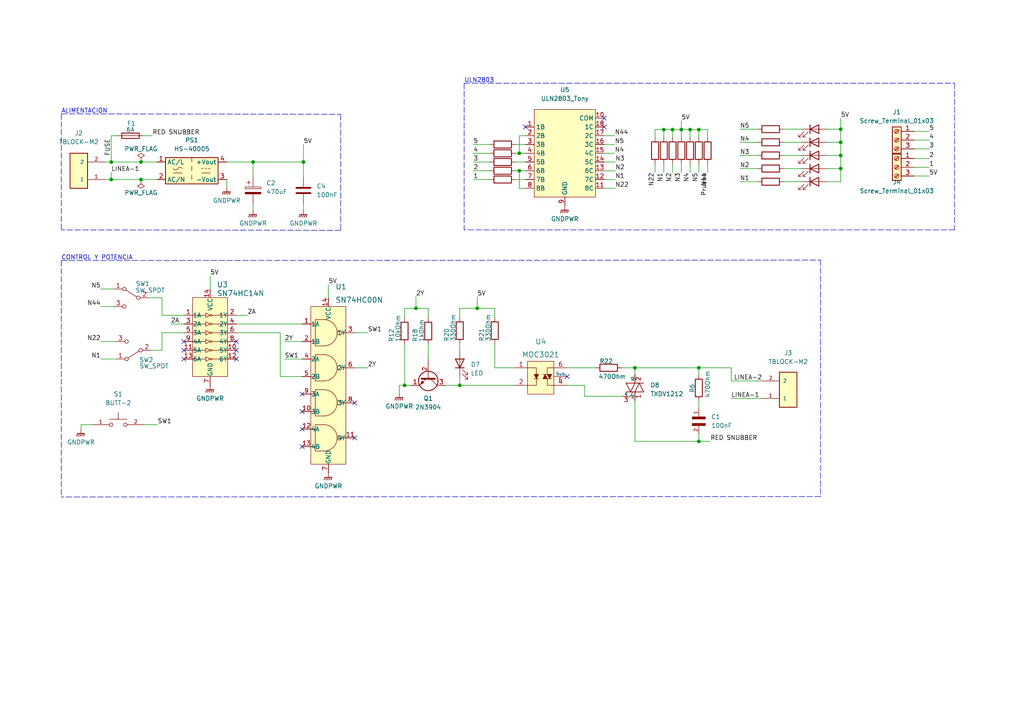
<source format=kicad_sch>
(kicad_sch (version 20211123) (generator eeschema)
  (paper "A4")
  (title_block (title "PCB para controlar tanque de agua") (date "2022-05-09") (rev "1") (company "Sasori"))
  (lib_symbols
    (symbol "BUTT-2:BUTT-2" (pin_names (offset 1.016) hide)
      (property "Reference" "S" (at -5.08 3.81 0))
      (property "Value" "BUTT-2" (at -5.08 -3.81 0))
      (symbol "BUTT-2_0_0"
        (circle (center -2.0574 0) (radius 0.508) (stroke (width 0.1524)))
        (polyline (pts (xy -2.54 1.6002) (xy 0 1.6002)) (stroke (width 0.1524)))
        (polyline (pts (xy 0 1.6002) (xy 0 3.5052)) (stroke (width 0.1524)))
        (polyline (pts (xy 0 1.6002) (xy 2.54 1.6002)) (stroke (width 0.1524)))
        (circle (center 2.0574 0) (radius 0.508) (stroke (width 0.1524)))
        (pin passive line (at -7.62 0 0) (length 5.08) (name "~") (number "1"))
        (pin passive line (at 7.62 0 180) (length 5.08) (name "~") (number "2"))
      )
    )
    (symbol "Connector:Screw_Terminal_01x03" (pin_names (offset 1.016) hide)
      (property "Reference" "J" (at 0 5.08 0))
      (property "Value" "Screw_Terminal_01x03" (at 0 -5.08 0))
      (symbol "Screw_Terminal_01x03_1_1"
        (rectangle (start -1.27 3.81) (end 1.27 -3.81) (stroke (width 0.254)) (fill (type background)))
        (circle (center 0 -2.54) (radius 0.635) (stroke (width 0.1524)))
        (polyline (pts (xy -0.5334 -2.2098) (xy 0.3302 -3.048)) (stroke (width 0.1524)))
        (polyline (pts (xy -0.5334 0.3302) (xy 0.3302 -0.508)) (stroke (width 0.1524)))
        (polyline (pts (xy -0.5334 2.8702) (xy 0.3302 2.032)) (stroke (width 0.1524)))
        (polyline (pts (xy -0.3556 -2.032) (xy 0.508 -2.8702)) (stroke (width 0.1524)))
        (polyline (pts (xy -0.3556 0.508) (xy 0.508 -0.3302)) (stroke (width 0.1524)))
        (polyline (pts (xy -0.3556 3.048) (xy 0.508 2.2098)) (stroke (width 0.1524)))
        (circle (center 0 0) (radius 0.635) (stroke (width 0.1524)))
        (circle (center 0 2.54) (radius 0.635) (stroke (width 0.1524)))
        (pin passive line (at -5.08 2.54 0) (length 3.81) (name "Pin_1") (number "1"))
        (pin passive line (at -5.08 0 0) (length 3.81) (name "Pin_2") (number "2"))
        (pin passive line (at -5.08 -2.54 0) (length 3.81) (name "Pin_3") (number "3"))
      )
    )
    (symbol "Device:C" (pin_numbers hide) (pin_names (offset 0.254))
      (property "Reference" "C" (at 0.635 2.54 0))
      (property "Value" "C" (at 0.635 -2.54 0))
      (symbol "C_0_1"
        (polyline (pts (xy -2.032 -0.762) (xy 2.032 -0.762)) (stroke (width 0.508)))
        (polyline (pts (xy -2.032 0.762) (xy 2.032 0.762)) (stroke (width 0.508)))
      )
      (symbol "C_1_1"
        (pin passive line (at 0 3.81 270) (length 2.794) (name "~") (number "1"))
        (pin passive line (at 0 -3.81 90) (length 2.794) (name "~") (number "2"))
      )
    )
    (symbol "Device:C_Polarized" (pin_numbers hide) (pin_names (offset 0.254))
      (property "Reference" "C" (at 0.635 2.54 0))
      (property "Value" "C_Polarized" (at 0.635 -2.54 0))
      (symbol "C_Polarized_0_1"
        (rectangle (start -2.286 0.508) (end 2.286 1.016))
        (polyline (pts (xy -1.778 2.286) (xy -0.762 2.286)))
        (polyline (pts (xy -1.27 2.794) (xy -1.27 1.778)))
        (rectangle (start 2.286 -0.508) (end -2.286 -1.016) (fill (type outline)))
      )
      (symbol "C_Polarized_1_1"
        (pin passive line (at 0 3.81 270) (length 2.794) (name "~") (number "1"))
        (pin passive line (at 0 -3.81 90) (length 2.794) (name "~") (number "2"))
      )
    )
    (symbol "Device:Fuse" (pin_numbers hide) (pin_names (offset 0))
      (property "Reference" "F" (at 2.032 0 90))
      (property "Value" "Fuse" (at -1.905 0 90))
      (symbol "Fuse_0_1"
        (rectangle (start -0.762 -2.54) (end 0.762 2.54) (stroke (width 0.254)))
        (polyline (pts (xy 0 2.54) (xy 0 -2.54)))
      )
      (symbol "Fuse_1_1"
        (pin passive line (at 0 3.81 270) (length 1.27) (name "~") (number "1"))
        (pin passive line (at 0 -3.81 90) (length 1.27) (name "~") (number "2"))
      )
    )
    (symbol "Device:LED" (pin_numbers hide) (pin_names (offset 1.016) hide)
      (property "Reference" "D" (at 0 2.54 0))
      (property "Value" "LED" (at 0 -2.54 0))
      (symbol "LED_0_1"
        (polyline (pts (xy -1.27 -1.27) (xy -1.27 1.27)) (stroke (width 0.254)))
        (polyline (pts (xy -1.27 0) (xy 1.27 0)))
        (polyline (pts (xy 1.27 -1.27) (xy 1.27 1.27) (xy -1.27 0) (xy 1.27 -1.27)) (stroke (width 0.254)))
        (polyline (pts (xy -3.048 -0.762) (xy -4.572 -2.286) (xy -3.81 -2.286) (xy -4.572 -2.286) (xy -4.572 -1.524)))
        (polyline (pts (xy -1.778 -0.762) (xy -3.302 -2.286) (xy -2.54 -2.286) (xy -3.302 -2.286) (xy -3.302 -1.524)))
      )
      (symbol "LED_1_1"
        (pin passive line (at -3.81 0 0) (length 2.54) (name "K") (number "1"))
        (pin passive line (at 3.81 0 180) (length 2.54) (name "A") (number "2"))
      )
    )
    (symbol "Device:Q_TRIAC_A1A2G" (pin_names (offset 0))
      (property "Reference" "D" (at 3.175 0.635 0))
      (property "Value" "Q_TRIAC_A1A2G" (at 3.175 -1.27 0))
      (symbol "Q_TRIAC_A1A2G_0_1"
        (polyline (pts (xy -2.54 -1.27) (xy 2.54 -1.27)) (stroke (width 0.2032)))
        (polyline (pts (xy -2.54 1.27) (xy 2.54 1.27)) (stroke (width 0.2032)))
        (polyline (pts (xy -1.27 -2.54) (xy -0.635 -1.27)))
        (polyline (pts (xy -2.54 1.27) (xy -1.27 -1.27) (xy 0 1.27)) (stroke (width 0.2032)))
        (polyline (pts (xy 0 -1.27) (xy 1.27 1.27) (xy 2.54 -1.27)) (stroke (width 0.2032)))
      )
      (symbol "Q_TRIAC_A1A2G_1_1"
        (pin passive line (at 0 -3.81 90) (length 2.54) (name "A1") (number "1"))
        (pin passive line (at 0 3.81 270) (length 2.54) (name "A2") (number "2"))
        (pin input line (at -3.81 -2.54 0) (length 2.54) (name "G") (number "3"))
      )
    )
    (symbol "Device:R" (pin_numbers hide) (pin_names (offset 0))
      (property "Reference" "R" (at 2.032 0 90))
      (property "Value" "R" (at 0 0 90))
      (symbol "R_0_1"
        (rectangle (start -1.016 -2.54) (end 1.016 2.54) (stroke (width 0.254)))
      )
      (symbol "R_1_1"
        (pin passive line (at 0 3.81 270) (length 1.27) (name "~") (number "1"))
        (pin passive line (at 0 -3.81 90) (length 1.27) (name "~") (number "2"))
      )
    )
    (symbol "MetallizedPolypropyleneFilmCapacitor:ECWFD2W105Q1" (pin_names (offset 1.016) hide)
      (property "Reference" "C" (at 0 3.81 0))
      (property "Value" "ECWFD2W105Q1" (at 0 -5.08 0))
      (symbol "ECWFD2W105Q1_0_0"
        (rectangle (start 0 -1.905) (end 0.635 1.905) (fill (type outline)))
        (rectangle (start 1.905 -1.905) (end 2.54 1.905) (fill (type outline)))
        (pin passive line (at -2.54 0 0) (length 2.54) (name "~") (number "1"))
        (pin passive line (at 5.08 0 180) (length 2.54) (name "~") (number "2"))
      )
    )
    (symbol "Switch:SW_SPDT" (pin_names (offset 0) hide)
      (property "Reference" "SW" (at 0 4.318 0))
      (property "Value" "SW_SPDT" (at 0 -5.08 0))
      (symbol "SW_SPDT_0_0"
        (circle (center -2.032 0) (radius 0.508))
        (circle (center 2.032 -2.54) (radius 0.508))
      )
      (symbol "SW_SPDT_0_1"
        (polyline (pts (xy -1.524 0.254) (xy 1.651 2.286)))
        (circle (center 2.032 2.54) (radius 0.508))
      )
      (symbol "SW_SPDT_1_1"
        (pin passive line (at 5.08 2.54 180) (length 2.54) (name "A") (number "1"))
        (pin passive line (at -5.08 0 0) (length 2.54) (name "B") (number "2"))
        (pin passive line (at 5.08 -2.54 180) (length 2.54) (name "C") (number "3"))
      )
    )
    (symbol "TBLOCK-M2:TBLOCK-M2" (pin_names (offset 1.016))
      (property "Reference" "J2" (at 0 -9.906 0))
      (property "Value" "TBLOCK-M2" (at 0 -7.366 0))
      (symbol "TBLOCK-M2_0_0"
        (rectangle (start -2.54 -5.08) (end 2.54 5.08) (stroke (width 0.254)) (fill (type background)))
        (pin passive line (at -7.62 2.54 0) (length 5.08) (name "1") (number "1"))
        (pin passive line (at -7.62 -2.54 0) (length 5.08) (name "2") (number "2"))
      )
    )
    (symbol "Transistor_BJT:2N3904" (pin_names (offset 0) hide)
      (property "Reference" "Q" (at 5.08 1.905 0))
      (property "Value" "2N3904" (at 5.08 0 0))
      (symbol "2N3904_0_1"
        (polyline (pts (xy 0.635 0.635) (xy 2.54 2.54)))
        (polyline (pts (xy 0.635 -0.635) (xy 2.54 -2.54) (xy 2.54 -2.54)))
        (polyline (pts (xy 0.635 1.905) (xy 0.635 -1.905) (xy 0.635 -1.905)) (stroke (width 0.508)))
        (polyline (pts (xy 1.27 -1.778) (xy 1.778 -1.27) (xy 2.286 -2.286) (xy 1.27 -1.778) (xy 1.27 -1.778)) (fill (type outline)))
        (circle (center 1.27 0) (radius 2.8194) (stroke (width 0.254)))
      )
      (symbol "2N3904_1_1"
        (pin passive line (at 2.54 -5.08 90) (length 2.54) (name "E") (number "1"))
        (pin passive line (at -5.08 0 0) (length 5.715) (name "B") (number "2"))
        (pin passive line (at 2.54 5.08 270) (length 2.54) (name "C") (number "3"))
      )
    )
    (symbol "ULN2803_Tony:ULN2803_Tony"
      (property "Reference" "U" (at 0 16.51 0))
      (property "Value" "ULN2803_Tony" (at 0 13.97 0))
      (symbol "ULN2803_Tony_0_1"
        (rectangle (start -8.89 12.7) (end 8.89 -12.7) (fill (type background)))
      )
      (symbol "ULN2803_Tony_1_1"
        (pin input line (at -11.43 7.62 0) (length 2.54) (name "1B") (number "1"))
        (pin output line (at 11.43 10.16 180) (length 2.54) (name "COM") (number "10"))
        (pin output line (at 11.43 -10.16 180) (length 2.54) (name "8C") (number "11"))
        (pin output line (at 11.43 -7.62 180) (length 2.54) (name "7C") (number "12"))
        (pin output line (at 11.43 -5.08 180) (length 2.54) (name "6C") (number "13"))
        (pin output line (at 11.43 -2.54 180) (length 2.54) (name "5C") (number "14"))
        (pin output line (at 11.43 0 180) (length 2.54) (name "4C") (number "15"))
        (pin output line (at 11.43 2.54 180) (length 2.54) (name "3C") (number "16"))
        (pin output line (at 11.43 5.08 180) (length 2.54) (name "2C") (number "17"))
        (pin output line (at 11.43 7.62 180) (length 2.54) (name "1C") (number "18"))
        (pin input line (at -11.43 5.08 0) (length 2.54) (name "2B") (number "2"))
        (pin input line (at -11.43 2.54 0) (length 2.54) (name "3B") (number "3"))
        (pin input line (at -11.43 0 0) (length 2.54) (name "4B") (number "4"))
        (pin input line (at -11.43 -2.54 0) (length 2.54) (name "5B") (number "5"))
        (pin input line (at -11.43 -5.08 0) (length 2.54) (name "6B") (number "6"))
        (pin input line (at -11.43 -7.62 0) (length 2.54) (name "7B") (number "7"))
        (pin input line (at -11.43 -10.16 0) (length 2.54) (name "8B") (number "8"))
        (pin power_in line (at 0 -15.24 90) (length 2.54) (name "GND") (number "9"))
      )
    )
    (symbol "dk_Logic-Gates-and-Inverters:SN74HC00N" (pin_names (offset 0.0254))
      (property "Reference" "U" (at -2.54 23.876 0))
      (property "Value" "SN74HC00N" (at 0.254 -24.13 0))
      (symbol "SN74HC00N_0_1"
        (rectangle (start -5.08 22.86) (end 5.08 -22.86) (fill (type background)))
        (arc (start -1.27 -19.05) (mid 2.54 -15.24) (end -1.27 -11.43) (fill (type background)))
        (arc (start -1.27 -8.89) (mid 2.54 -5.08) (end -1.27 -1.27) (fill (type background)))
        (arc (start -1.27 1.27) (mid 2.54 5.08) (end -1.27 8.89) (fill (type background)))
        (arc (start -1.27 11.43) (mid 2.54 15.24) (end -1.27 19.05) (fill (type background)))
        (polyline (pts (xy -5.08 -17.78) (xy -3.81 -17.78)))
        (polyline (pts (xy -5.08 -7.62) (xy -3.81 -7.62)))
        (polyline (pts (xy -5.08 2.54) (xy -3.81 2.54)))
        (polyline (pts (xy -5.08 12.7) (xy -3.81 12.7)))
        (polyline (pts (xy -3.81 -12.7) (xy -5.08 -12.7)))
        (polyline (pts (xy -3.81 -2.54) (xy -5.08 -2.54)))
        (polyline (pts (xy -3.81 7.62) (xy -5.08 7.62)))
        (polyline (pts (xy -3.81 17.78) (xy -5.08 17.78)))
        (polyline (pts (xy 3.81 -15.24) (xy 5.08 -15.24)))
        (polyline (pts (xy 3.81 5.08) (xy 5.08 5.08)))
        (polyline (pts (xy 5.08 -5.08) (xy 3.81 -5.08)))
        (polyline (pts (xy 5.08 15.24) (xy 3.81 15.24)))
        (polyline (pts (xy -1.27 -11.43) (xy -3.81 -11.43) (xy -3.81 -19.05) (xy -1.27 -19.05)) (fill (type background)))
        (polyline (pts (xy -1.27 -1.27) (xy -3.81 -1.27) (xy -3.81 -8.89) (xy -1.27 -8.89)) (fill (type background)))
        (polyline (pts (xy -1.27 8.89) (xy -3.81 8.89) (xy -3.81 1.27) (xy -1.27 1.27)) (fill (type background)))
        (polyline (pts (xy -1.27 19.05) (xy -3.81 19.05) (xy -3.81 11.43) (xy -1.27 11.43)) (fill (type background)))
        (circle (center 3.175 -15.24) (radius 0.635) (fill (type background)))
        (circle (center 3.175 -5.08) (radius 0.635) (fill (type background)))
        (circle (center 3.175 5.08) (radius 0.635) (fill (type background)))
        (circle (center 3.175 15.24) (radius 0.635) (fill (type background)))
      )
      (symbol "SN74HC00N_1_1"
        (pin input line (at -7.62 17.78 0) (length 2.54) (name "1A") (number "1"))
        (pin input line (at -7.62 -7.62 0) (length 2.54) (name "3B") (number "10"))
        (pin output line (at 7.62 -15.24 180) (length 2.54) (name "4Y") (number "11"))
        (pin input line (at -7.62 -12.7 0) (length 2.54) (name "4A") (number "12"))
        (pin input line (at -7.62 -17.78 0) (length 2.54) (name "4B") (number "13"))
        (pin power_in line (at 0 25.4 270) (length 2.54) (name "VCC") (number "14"))
        (pin input line (at -7.62 12.7 0) (length 2.54) (name "1B") (number "2"))
        (pin output line (at 7.62 15.24 180) (length 2.54) (name "1Y") (number "3"))
        (pin input line (at -7.62 7.62 0) (length 2.54) (name "2A") (number "4"))
        (pin input line (at -7.62 2.54 0) (length 2.54) (name "2B") (number "5"))
        (pin output line (at 7.62 5.08 180) (length 2.54) (name "2Y") (number "6"))
        (pin power_in line (at 0 -25.4 90) (length 2.54) (name "GND") (number "7"))
        (pin output line (at 7.62 -5.08 180) (length 2.54) (name "3Y") (number "8"))
        (pin input line (at -7.62 -2.54 0) (length 2.54) (name "3A") (number "9"))
      )
    )
    (symbol "dk_Logic-Gates-and-Inverters:SN74HC14N" (pin_names (offset 0.0254))
      (property "Reference" "U" (at -2.54 13.716 0))
      (property "Value" "SN74HC14N" (at 0.254 -11.43 0))
      (symbol "SN74HC14N_0_1"
        (rectangle (start -5.08 12.7) (end 5.08 -10.16) (fill (type background)))
        (polyline (pts (xy -2.54 -5.08) (xy -5.08 -5.08)))
        (polyline (pts (xy -2.54 -2.54) (xy -5.08 -2.54)))
        (polyline (pts (xy -2.54 -2.54) (xy -1.27 -2.54)))
        (polyline (pts (xy -2.54 0) (xy -5.08 0)))
        (polyline (pts (xy -2.54 2.54) (xy -5.08 2.54)))
        (polyline (pts (xy -2.54 2.54) (xy -1.27 2.54)))
        (polyline (pts (xy -2.54 5.08) (xy -5.08 5.08)))
        (polyline (pts (xy -2.54 7.62) (xy -5.08 7.62)))
        (polyline (pts (xy -1.27 -5.08) (xy -2.54 -5.08)))
        (polyline (pts (xy -1.27 0) (xy -2.54 0)))
        (polyline (pts (xy -1.27 5.08) (xy -2.54 5.08)))
        (polyline (pts (xy -1.27 7.62) (xy -2.54 7.62)))
        (polyline (pts (xy 0.508 -5.08) (xy 2.54 -5.08)))
        (polyline (pts (xy 0.508 0) (xy 2.54 0)))
        (polyline (pts (xy 0.508 2.54) (xy 2.54 2.54)))
        (polyline (pts (xy 0.508 5.08) (xy 2.54 5.08)))
        (polyline (pts (xy 2.54 -2.54) (xy 0.508 -2.54)))
        (polyline (pts (xy 2.54 7.62) (xy 0.508 7.62)))
        (polyline (pts (xy 5.08 -5.08) (xy 2.54 -5.08)))
        (polyline (pts (xy 5.08 -2.54) (xy 2.54 -2.54)))
        (polyline (pts (xy 5.08 0) (xy 2.54 0)))
        (polyline (pts (xy 5.08 2.54) (xy 2.54 2.54)))
        (polyline (pts (xy 5.08 5.08) (xy 2.54 5.08)))
        (polyline (pts (xy 5.08 7.62) (xy 2.54 7.62)))
        (polyline (pts (xy -1.27 -4.445) (xy -1.27 -5.715) (xy 0 -5.08) (xy -1.27 -4.445)))
        (polyline (pts (xy -1.27 -1.905) (xy -1.27 -3.175) (xy 0 -2.54) (xy -1.27 -1.905)))
        (polyline (pts (xy -1.27 0.635) (xy -1.27 -0.635) (xy 0 0) (xy -1.27 0.635)))
        (polyline (pts (xy -1.27 3.175) (xy -1.27 1.905) (xy 0 2.54) (xy -1.27 3.175)))
        (polyline (pts (xy -1.27 5.715) (xy -1.27 4.445) (xy 0 5.08) (xy -1.27 5.715)))
        (polyline (pts (xy -1.27 8.255) (xy -1.27 6.985) (xy 0 7.62) (xy -1.27 8.255)))
        (circle (center 0.254 -5.08) (radius 0.254))
        (circle (center 0.254 -2.54) (radius 0.254))
        (circle (center 0.254 0) (radius 0.254))
        (circle (center 0.254 2.54) (radius 0.254))
        (circle (center 0.254 5.08) (radius 0.254))
        (circle (center 0.254 7.62) (radius 0.254))
      )
      (symbol "SN74HC14N_1_1"
        (pin input line (at -7.62 7.62 0) (length 2.54) (name "1A") (number "1"))
        (pin output line (at 7.62 -2.54 180) (length 2.54) (name "5Y") (number "10"))
        (pin input line (at -7.62 -2.54 0) (length 2.54) (name "5A") (number "11"))
        (pin output line (at 7.62 -5.08 180) (length 2.54) (name "6Y") (number "12"))
        (pin input line (at -7.62 -5.08 0) (length 2.54) (name "6A") (number "13"))
        (pin power_in line (at 0 15.24 270) (length 2.54) (name "VCC") (number "14"))
        (pin output line (at 7.62 7.62 180) (length 2.54) (name "1Y") (number "2"))
        (pin input line (at -7.62 5.08 0) (length 2.54) (name "2A") (number "3"))
        (pin output line (at 7.62 5.08 180) (length 2.54) (name "2Y") (number "4"))
        (pin input line (at -7.62 2.54 0) (length 2.54) (name "3A") (number "5"))
        (pin output line (at 7.62 2.54 180) (length 2.54) (name "3Y") (number "6"))
        (pin power_in line (at 0 -12.7 90) (length 2.54) (name "GND") (number "7"))
        (pin output line (at 7.62 0 180) (length 2.54) (name "4Y") (number "8"))
        (pin input line (at -7.62 0 0) (length 2.54) (name "4A") (number "9"))
      )
    )
    (symbol "dk_Optoisolators-Triac-SCR-Output:MOC3021" (pin_names (offset 0))
      (property "Reference" "U" (at 0 6.35 0))
      (property "Value" "MOC3021" (at 0 -7.62 0))
      (symbol "MOC3021_0_1"
        (rectangle (start -3.81 4.445) (end 3.81 -5.08) (fill (type background)))
        (polyline (pts (xy -1.905 -0.635) (xy -0.635 -0.635)))
        (polyline (pts (xy 1.905 -0.635) (xy 3.175 -0.635)))
        (polyline (pts (xy 1.905 0.635) (xy 0.635 0.635)))
        (polyline (pts (xy 1.905 -0.635) (xy 1.905 -2.54) (xy 3.81 -2.54)))
        (polyline (pts (xy 3.81 2.54) (xy 1.905 2.54) (xy 1.905 0.635)))
        (polyline (pts (xy -3.81 2.54) (xy -1.27 2.54) (xy -1.27 -2.54) (xy -3.81 -2.54)))
        (polyline (pts (xy -1.905 0.635) (xy -1.27 -0.635) (xy -0.635 0.635) (xy -1.905 0.635)) (fill (type outline)))
        (polyline (pts (xy 0.635 -0.635) (xy 1.27 0.635) (xy 1.905 -0.635) (xy 0.635 -0.635)) (fill (type outline)))
        (polyline (pts (xy 1.905 0.635) (xy 2.54 -0.635) (xy 3.175 0.635) (xy 1.905 0.635)) (fill (type outline)))
      )
      (symbol "MOC3021_1_1"
        (pin passive line (at -7.62 2.54 0) (length 3.81) (name "~") (number "1"))
        (pin passive line (at -7.62 -2.54 0) (length 3.81) (name "~") (number "2"))
        (pin no_connect line (at 0 -5.08 90) (length 3.81) hide (name "NC") (number "3"))
        (pin passive line (at 7.62 -2.54 180) (length 3.81) (name "~") (number "4"))
        (pin passive line (at 7.62 0 180) (length 3.81) (name "Sub") (number "5"))
        (pin passive line (at 7.62 2.54 180) (length 3.81) (name "~") (number "6"))
      )
    )
    (symbol "hs-40005_Sasori:HS-40005"
      (property "Reference" "PS1" (at 0 8.636 0))
      (property "Value" "HS-40005" (at 0 6.096 0))
      (symbol "HS-40005_0_1"
        (rectangle (start -7.62 3.81) (end 7.62 -3.81) (stroke (width 0.254)) (fill (type background)))
        (arc (start -5.334 0.635) (mid -4.699 0.2495) (end -4.064 0.635))
        (arc (start -2.794 0.635) (mid -3.429 1.0072) (end -4.064 0.635))
        (polyline (pts (xy -5.334 -0.635) (xy -2.794 -0.635)))
        (polyline (pts (xy 2.794 -0.635) (xy 5.334 -0.635)))
        (polyline (pts (xy 2.794 0.635) (xy 3.302 0.635)))
        (polyline (pts (xy 3.81 0.635) (xy 4.318 0.635)))
        (polyline (pts (xy 4.826 0.635) (xy 5.334 0.635)))
      )
      (symbol "HS-40005_1_1"
        (polyline (pts (xy 0 -1.27) (xy 0 -2.54)))
        (polyline (pts (xy 0 1.27) (xy 0 0)))
        (polyline (pts (xy 0 3.81) (xy 0 2.54)))
        (pin power_in line (at -10.16 2.54 0) (length 2.54) (name "AC/L") (number "1"))
        (pin power_in line (at -10.16 -2.54 0) (length 2.54) (name "AC/N") (number "2"))
        (pin power_out line (at 10.16 -2.54 180) (length 2.54) (name "-Vout") (number "3"))
        (pin power_out line (at 10.16 2.54 180) (length 2.54) (name "+Vout") (number "4"))
      )
    )
    (symbol "power:GNDPWR" (power) (pin_names (offset 0))
      (property "Value" "GNDPWR" (at 0 -3.302 0))
      (symbol "GNDPWR_0_1"
        (polyline (pts (xy 0 -1.27) (xy 0 0)))
        (polyline (pts (xy -1.016 -1.27) (xy -1.27 -2.032) (xy -1.27 -2.032)) (stroke (width 0.2032)))
        (polyline (pts (xy -0.508 -1.27) (xy -0.762 -2.032) (xy -0.762 -2.032)) (stroke (width 0.2032)))
        (polyline (pts (xy 0 -1.27) (xy -0.254 -2.032) (xy -0.254 -2.032)) (stroke (width 0.2032)))
        (polyline (pts (xy 0.508 -1.27) (xy 0.254 -2.032) (xy 0.254 -2.032)) (stroke (width 0.2032)))
        (polyline (pts (xy 1.016 -1.27) (xy -1.016 -1.27) (xy -1.016 -1.27)) (stroke (width 0.2032)))
        (polyline (pts (xy 1.016 -1.27) (xy 0.762 -2.032) (xy 0.762 -2.032) (xy 0.762 -2.032)) (stroke (width 0.2032)))
      )
      (symbol "GNDPWR_1_1"
        (pin power_in line (at 0 0 270) (length 0) hide (name "GNDPWR") (number "1"))
      )
    )
    (symbol "power:PWR_FLAG" (power) (pin_numbers hide) (pin_names (offset 0) hide)
      (property "Value" "PWR_FLAG" (at 0 3.81 0))
      (symbol "PWR_FLAG_0_0"
        (pin power_out line (at 0 0 90) (length 0) (name "pwr") (number "1"))
      )
      (symbol "PWR_FLAG_0_1"
        (polyline (pts (xy 0 0) (xy 0 1.27) (xy -1.016 1.905) (xy 0 2.54) (xy 1.016 1.905) (xy 0 1.27)))
      )
    )
  )
  (junction (at 195.072 37.592))
  (junction (at 73.406 46.99))
  (junction (at 184.15 106.68))
  (junction (at 243.84 41.275))
  (junction (at 202.692 37.592))
  (junction (at 88.011 46.99))
  (junction (at 243.84 48.895))
  (junction (at 202.692 128.016))
  (junction (at 243.84 37.465))
  (junction (at 243.84 45.085))
  (junction (at 32.258 46.99))
  (junction (at 197.612 37.592))
  (junction (at 200.152 37.592))
  (junction (at 40.894 52.07))
  (junction (at 133.35 111.76))
  (junction (at 192.532 37.592))
  (junction (at 120.65 89.408))
  (junction (at 32.258 52.07))
  (junction (at 202.692 106.68))
  (junction (at 117.348 111.76))
  (junction (at 40.894 46.99))
  (junction (at 150.622 44.45))
  (junction (at 138.43 89.408))
  (junction (at 150.622 49.53))
  (no_connect (at 87.63 124.46))
  (no_connect (at 68.58 99.06))
  (no_connect (at 87.63 119.38))
  (no_connect (at 102.87 116.84))
  (no_connect (at 53.34 104.14))
  (no_connect (at 164.465 109.22))
  (no_connect (at 152.4 36.83))
  (no_connect (at 53.34 101.6))
  (no_connect (at 68.58 101.6))
  (no_connect (at 87.63 129.54))
  (no_connect (at 87.63 114.3))
  (no_connect (at 68.58 104.14))
  (no_connect (at 175.26 34.29))
  (no_connect (at 53.34 99.06))
  (no_connect (at 102.87 127))
  (no_connect (at 175.26 36.83))
  (wire (pts (xy 149.606 41.91) (xy 152.4 41.91)))
  (polyline (pts (xy 276.86 66.675) (xy 134.62 66.675)))
  (wire (pts (xy 46.99 86.36) (xy 46.99 91.44)))
  (wire (pts (xy 117.348 99.822) (xy 117.348 111.76)))
  (wire (pts (xy 169.545 114.935) (xy 169.545 111.76)))
  (wire (pts (xy 265.176 48.514) (xy 269.494 48.514)))
  (wire (pts (xy 65.786 46.99) (xy 73.406 46.99)))
  (wire (pts (xy 117.348 92.202) (xy 117.348 89.408)))
  (wire (pts (xy 150.622 54.61) (xy 150.622 49.53)))
  (wire (pts (xy 175.26 54.61) (xy 178.435 54.61)))
  (wire (pts (xy 82.55 104.14) (xy 87.63 104.14)))
  (wire (pts (xy 192.532 47.498) (xy 192.532 50.038)))
  (wire (pts (xy 212.09 106.68) (xy 212.09 110.49)))
  (wire (pts (xy 129.286 111.76) (xy 133.35 111.76)))
  (polyline (pts (xy 237.998 144.018) (xy 17.78 144.145)))
  (wire (pts (xy 195.072 37.592) (xy 195.072 39.878)))
  (wire (pts (xy 202.692 125.984) (xy 202.692 128.016)))
  (polyline (pts (xy 237.998 75.438) (xy 237.998 144.018)))
  (wire (pts (xy 265.176 51.054) (xy 269.494 51.054)))
  (wire (pts (xy 243.84 41.275) (xy 243.84 45.085)))
  (wire (pts (xy 119.126 111.76) (xy 117.348 111.76)))
  (wire (pts (xy 133.35 89.408) (xy 133.35 92.075)))
  (wire (pts (xy 137.287 44.45) (xy 141.986 44.45)))
  (wire (pts (xy 124.206 99.822) (xy 124.206 104.14)))
  (wire (pts (xy 133.35 99.695) (xy 133.35 101.6)))
  (wire (pts (xy 189.992 47.498) (xy 189.992 50.038)))
  (wire (pts (xy 138.43 86.106) (xy 138.43 89.408)))
  (wire (pts (xy 149.606 46.99) (xy 152.4 46.99)))
  (wire (pts (xy 133.35 89.408) (xy 138.43 89.408)))
  (wire (pts (xy 32.258 50.038) (xy 32.258 52.07)))
  (wire (pts (xy 32.258 46.99) (xy 40.894 46.99)))
  (wire (pts (xy 202.692 106.68) (xy 202.692 108.712)))
  (wire (pts (xy 243.84 45.085) (xy 243.84 48.895)))
  (wire (pts (xy 200.152 37.592) (xy 200.152 39.878)))
  (polyline (pts (xy 98.806 66.802) (xy 17.78 66.675)))
  (wire (pts (xy 214.63 45.085) (xy 219.71 45.085)))
  (wire (pts (xy 197.612 37.592) (xy 197.612 39.878)))
  (wire (pts (xy 164.465 106.68) (xy 172.72 106.68)))
  (polyline (pts (xy 17.78 37.465) (xy 17.78 66.675)))
  (wire (pts (xy 149.225 106.68) (xy 143.51 106.68)))
  (wire (pts (xy 195.072 47.498) (xy 195.072 50.038)))
  (wire (pts (xy 137.287 52.07) (xy 141.986 52.07)))
  (wire (pts (xy 175.26 52.07) (xy 178.435 52.07)))
  (wire (pts (xy 88.011 46.99) (xy 88.011 51.435)))
  (wire (pts (xy 73.406 59.055) (xy 73.406 60.96)))
  (wire (pts (xy 189.992 37.592) (xy 192.532 37.592)))
  (wire (pts (xy 175.26 41.91) (xy 178.308 41.91)))
  (wire (pts (xy 88.011 41.91) (xy 88.011 46.99)))
  (wire (pts (xy 175.26 49.53) (xy 178.435 49.53)))
  (wire (pts (xy 184.15 106.68) (xy 184.15 108.585)))
  (wire (pts (xy 29.21 99.06) (xy 33.655 99.06)))
  (wire (pts (xy 195.072 37.592) (xy 197.612 37.592)))
  (wire (pts (xy 115.824 114.046) (xy 115.824 111.76)))
  (wire (pts (xy 43.815 101.6) (xy 46.99 101.6)))
  (wire (pts (xy 152.4 39.37) (xy 150.622 39.37)))
  (wire (pts (xy 214.63 41.275) (xy 219.71 41.275)))
  (wire (pts (xy 243.84 48.895) (xy 243.84 52.705)))
  (wire (pts (xy 137.287 46.99) (xy 141.986 46.99)))
  (wire (pts (xy 133.35 109.22) (xy 133.35 111.76)))
  (wire (pts (xy 227.33 37.465) (xy 232.41 37.465)))
  (wire (pts (xy 212.09 115.57) (xy 220.98 115.57)))
  (wire (pts (xy 240.03 37.465) (xy 243.84 37.465)))
  (wire (pts (xy 46.99 101.6) (xy 46.99 96.52)))
  (wire (pts (xy 212.09 110.49) (xy 220.98 110.49)))
  (wire (pts (xy 102.87 106.68) (xy 106.68 106.68)))
  (wire (pts (xy 41.656 39.37) (xy 44.196 39.37)))
  (wire (pts (xy 23.495 123.19) (xy 23.495 124.46)))
  (wire (pts (xy 68.58 93.98) (xy 87.63 93.98)))
  (wire (pts (xy 227.33 41.275) (xy 232.41 41.275)))
  (wire (pts (xy 214.63 48.895) (xy 219.71 48.895)))
  (wire (pts (xy 143.51 106.68) (xy 143.51 99.695)))
  (wire (pts (xy 189.992 39.878) (xy 189.992 37.592)))
  (wire (pts (xy 81.28 96.52) (xy 81.28 109.22)))
  (wire (pts (xy 81.28 109.22) (xy 87.63 109.22)))
  (wire (pts (xy 32.258 39.37) (xy 32.258 46.99)))
  (wire (pts (xy 184.15 128.016) (xy 202.692 128.016)))
  (wire (pts (xy 265.176 38.1) (xy 269.494 38.1)))
  (polyline (pts (xy 17.78 33.02) (xy 17.78 36.83)))
  (wire (pts (xy 180.34 114.935) (xy 169.545 114.935)))
  (wire (pts (xy 240.03 45.085) (xy 243.84 45.085)))
  (polyline (pts (xy 134.62 24.13) (xy 134.62 66.675)))
  (wire (pts (xy 117.348 89.408) (xy 120.65 89.408)))
  (wire (pts (xy 202.692 116.332) (xy 202.692 118.364)))
  (wire (pts (xy 200.152 47.498) (xy 200.152 50.038)))
  (wire (pts (xy 115.824 111.76) (xy 117.348 111.76)))
  (wire (pts (xy 202.692 128.016) (xy 205.994 128.016)))
  (wire (pts (xy 120.65 89.408) (xy 124.206 89.408)))
  (wire (pts (xy 202.692 37.592) (xy 202.692 39.878)))
  (wire (pts (xy 152.4 54.61) (xy 150.622 54.61)))
  (wire (pts (xy 29.21 88.9) (xy 33.02 88.9)))
  (wire (pts (xy 227.33 52.705) (xy 232.41 52.705)))
  (wire (pts (xy 68.58 91.44) (xy 71.755 91.44)))
  (wire (pts (xy 150.622 49.53) (xy 152.4 49.53)))
  (wire (pts (xy 205.232 37.592) (xy 205.232 39.878)))
  (wire (pts (xy 150.622 39.37) (xy 150.622 44.45)))
  (wire (pts (xy 197.612 47.498) (xy 197.612 50.038)))
  (wire (pts (xy 227.33 48.895) (xy 232.41 48.895)))
  (wire (pts (xy 102.87 96.52) (xy 106.68 96.52)))
  (wire (pts (xy 138.43 89.408) (xy 143.51 89.408)))
  (wire (pts (xy 46.99 86.36) (xy 43.18 86.36)))
  (polyline (pts (xy 98.806 33.147) (xy 98.806 36.957)))
  (wire (pts (xy 23.495 123.19) (xy 26.67 123.19)))
  (wire (pts (xy 32.258 52.07) (xy 40.894 52.07)))
  (wire (pts (xy 214.63 37.465) (xy 219.71 37.465)))
  (wire (pts (xy 88.011 59.055) (xy 88.011 60.96)))
  (wire (pts (xy 205.232 47.498) (xy 205.232 50.038)))
  (wire (pts (xy 133.35 111.76) (xy 149.225 111.76)))
  (wire (pts (xy 40.894 46.99) (xy 45.466 46.99)))
  (wire (pts (xy 149.606 52.07) (xy 152.4 52.07)))
  (wire (pts (xy 202.692 37.592) (xy 205.232 37.592)))
  (wire (pts (xy 192.532 37.592) (xy 195.072 37.592)))
  (wire (pts (xy 197.612 35.052) (xy 197.612 37.592)))
  (wire (pts (xy 175.26 44.45) (xy 178.308 44.45)))
  (wire (pts (xy 60.96 80.01) (xy 60.96 83.82)))
  (wire (pts (xy 197.612 37.592) (xy 200.152 37.592)))
  (wire (pts (xy 150.622 44.45) (xy 152.4 44.45)))
  (wire (pts (xy 175.26 39.37) (xy 178.308 39.37)))
  (polyline (pts (xy 134.62 24.13) (xy 276.86 24.13)))
  (wire (pts (xy 46.99 91.44) (xy 53.34 91.44)))
  (wire (pts (xy 202.692 47.498) (xy 202.692 50.038)))
  (polyline (pts (xy 17.78 75.565) (xy 237.998 75.438)))
  (wire (pts (xy 180.34 106.68) (xy 184.15 106.68)))
  (wire (pts (xy 265.176 40.64) (xy 269.494 40.64)))
  (wire (pts (xy 175.26 46.99) (xy 178.435 46.99)))
  (wire (pts (xy 137.287 41.91) (xy 141.986 41.91)))
  (wire (pts (xy 243.84 34.29) (xy 243.84 37.465)))
  (wire (pts (xy 227.33 45.085) (xy 232.41 45.085)))
  (wire (pts (xy 30.48 46.99) (xy 32.258 46.99)))
  (wire (pts (xy 120.65 86.106) (xy 120.65 89.408)))
  (wire (pts (xy 82.55 99.06) (xy 87.63 99.06)))
  (polyline (pts (xy 17.78 75.565) (xy 17.78 144.145)))
  (wire (pts (xy 46.99 96.52) (xy 53.34 96.52)))
  (wire (pts (xy 124.206 89.408) (xy 124.206 92.202)))
  (wire (pts (xy 137.287 49.53) (xy 141.986 49.53)))
  (wire (pts (xy 243.84 37.465) (xy 243.84 41.275)))
  (wire (pts (xy 34.036 39.37) (xy 32.258 39.37)))
  (wire (pts (xy 265.176 43.18) (xy 269.494 43.18)))
  (wire (pts (xy 149.606 44.45) (xy 150.622 44.45)))
  (wire (pts (xy 68.58 96.52) (xy 81.28 96.52)))
  (wire (pts (xy 149.606 49.53) (xy 150.622 49.53)))
  (wire (pts (xy 202.692 106.68) (xy 212.09 106.68)))
  (wire (pts (xy 243.84 52.705) (xy 240.03 52.705)))
  (wire (pts (xy 49.53 93.98) (xy 53.34 93.98)))
  (wire (pts (xy 73.406 46.99) (xy 73.406 51.435)))
  (wire (pts (xy 169.545 111.76) (xy 164.465 111.76)))
  (wire (pts (xy 30.48 52.07) (xy 32.258 52.07)))
  (wire (pts (xy 65.786 52.07) (xy 65.786 54.356)))
  (wire (pts (xy 95.25 82.55) (xy 95.25 86.36)))
  (wire (pts (xy 240.03 41.275) (xy 243.84 41.275)))
  (wire (pts (xy 40.894 52.07) (xy 45.466 52.07)))
  (wire (pts (xy 29.21 104.14) (xy 33.655 104.14)))
  (polyline (pts (xy 98.806 37.592) (xy 98.806 66.802)))
  (wire (pts (xy 29.21 83.82) (xy 33.02 83.82)))
  (wire (pts (xy 192.532 37.592) (xy 192.532 39.878)))
  (wire (pts (xy 73.406 46.99) (xy 88.011 46.99)))
  (polyline (pts (xy 276.86 24.13) (xy 276.86 66.675)))
  (wire (pts (xy 200.152 37.592) (xy 202.692 37.592)))
  (wire (pts (xy 214.63 52.705) (xy 219.71 52.705)))
  (wire (pts (xy 41.91 123.19) (xy 45.72 123.19)))
  (wire (pts (xy 240.03 48.895) (xy 243.84 48.895)))
  (polyline (pts (xy 17.78 33.02) (xy 98.806 33.147)))
  (wire (pts (xy 143.51 89.408) (xy 143.51 92.075)))
  (wire (pts (xy 265.176 45.974) (xy 269.494 45.974)))
  (wire (pts (xy 184.15 128.016) (xy 184.15 116.205)))
  (wire (pts (xy 184.15 106.68) (xy 202.692 106.68)))
  (text "ALIMENTACION" (at 17.78 33.02 0) (effects (font (size 1.27 1.27)) (justify left bottom)))
  (text "CONTROL Y POTENCIA" (at 17.78 75.565 0) (effects (font (size 1.27 1.27)) (justify left bottom)))
  (text "ULN2803" (at 134.62 24.13 0) (effects (font (size 1.27 1.27)) (justify left bottom)))
  (label "5V" (at 60.96 80.01 0))
  (label "Prueba" (at 205.232 50.038 270))
  (label "N44" (at 205.232 50.038 270))
  (label "RED SNUBBER" (at 205.994 128.016 0))
  (label "3" (at 269.494 43.18 0))
  (label "5V" (at 138.43 86.106 0))
  (label "N2" (at 195.072 50.038 270))
  (label "SW1" (at 82.55 104.14 0))
  (label "N1" (at 192.532 50.038 270))
  (label "4" (at 137.287 44.45 0))
  (label "2Y" (at 106.68 106.68 0))
  (label "N3" (at 197.612 50.038 270))
  (label "N1" (at 178.435 52.07 0))
  (label "FUSE" (at 32.258 45.1866 90))
  (label "N4" (at 200.152 50.038 270))
  (label "N5" (at 214.63 37.465 0))
  (label "N5" (at 202.692 50.038 270))
  (label "2A" (at 49.53 93.98 0))
  (label "N3" (at 214.63 45.085 0))
  (label "4" (at 269.494 40.64 0))
  (label "2Y" (at 120.65 86.106 0))
  (label "N4" (at 178.308 44.45 0))
  (label "2A" (at 71.755 91.44 0))
  (label "N44" (at 29.21 88.9 180))
  (label "N2" (at 214.63 48.895 0))
  (label "5" (at 269.494 38.1 0))
  (label "1" (at 269.494 48.514 0))
  (label "N22" (at 178.435 54.61 0))
  (label "N1" (at 214.63 52.705 0))
  (label "N22" (at 189.992 50.038 270))
  (label "2Y" (at 82.55 99.06 0))
  (label "2" (at 137.287 49.53 0))
  (label "5V" (at 197.612 35.052 0))
  (label "N2" (at 178.435 49.53 0))
  (label "SW1" (at 106.68 96.52 0))
  (label "LINEA-1" (at 32.258 50.038 0))
  (label "LINEA-2" (at 212.852 110.49 0))
  (label "2" (at 269.494 45.974 0))
  (label "LINEA-1" (at 212.09 115.57 0))
  (label "N5" (at 29.21 83.82 180))
  (label "5V" (at 88.011 41.91 0))
  (label "RED SNUBBER" (at 44.196 39.37 0))
  (label "3" (at 137.287 46.99 0))
  (label "N22" (at 29.21 99.06 180))
  (label "N4" (at 214.63 41.275 0))
  (label "1" (at 137.287 52.07 0))
  (label "SW1" (at 45.72 123.19 0))
  (label "N5" (at 178.308 41.91 0))
  (label "N3" (at 178.435 46.99 0))
  (label "5" (at 137.287 41.91 0))
  (label "5V" (at 269.494 51.054 0))
  (label "5V" (at 95.25 82.55 0))
  (label "5V" (at 243.84 34.29 0))
  (label "N44" (at 178.308 39.37 0))
  (label "N1" (at 29.21 104.14 180))
  (symbol (lib_id "dk_Logic-Gates-and-Inverters:SN74HC14N") (at 60.96 99.06 0) (unit 1)
    (property "Reference" "U3" (at 62.865 82.55 0) (effects (font (size 1.524 1.524)) (justify left)))
    (property "Value" "SN74HC14N" (at 62.865 85.09 0) (effects (font (size 1.524 1.524)) (justify left)))
    (property "Footprint" "HuellasEasyEda:DIP-14_L19.1-W6.4-P2.54-LS7.6-BL" (effects hide))
    (property "Datasheet" "http://www.ti.com/general/docs/suppproductinfo.tsp?distId=10&gotoUrl=http%3A%2F%2Fwww.ti.com%2Flit%2Fgpn%2Fsn74hc14" (effects hide))
    (property "Digi-Key_PN" "296-1577-5-ND" (effects hide))
    (property "MPN" "SN74HC14N" (effects hide))
    (property "Category" "Integrated Circuits (ICs)" (effects hide))
    (property "Family" "Logic - Gates and Inverters" (effects hide))
    (property "DK_Datasheet_Link" "http://www.ti.com/general/docs/suppproductinfo.tsp?distId=10&gotoUrl=http%3A%2F%2Fwww.ti.com%2Flit%2Fgpn%2Fsn74hc14" (effects hide))
    (property "DK_Detail_Page" "/product-detail/en/texas-instruments/SN74HC14N/296-1577-5-ND/277223" (effects hide))
    (property "Description" "IC INVERTER SCHMITT 6CH 14DIP" (effects hide))
    (property "Manufacturer" "Texas Instruments" (effects hide))
    (property "Status" "Active" (effects hide))
  )
  (symbol (lib_id "Device:R") (at 197.612 43.688 0) (unit 1)
    (property "Reference" "R9" (effects hide))
    (property "Value" "10kOhm" (effects hide))
    (property "Footprint" "HuellasEasyEda:RES-TH_BD2.2-L6.5-P10.50-D0.9_Carbon" (effects hide))
  )
  (symbol (lib_id "Device:R") (at 145.796 44.45 270) (mirror x) (unit 1)
    (property "Reference" "R1" (effects hide))
    (property "Value" "330Ohm" (effects hide))
    (property "Footprint" "HuellasEasyEda:RES-TH_BD2.2-L6.5-P10.50-D0.9_Carbon" (effects hide))
  )
  (symbol (lib_id "power:GNDPWR") (at 65.786 54.356 0) (unit 1)
    (property "Reference" "#PWR02" (effects hide))
    (property "Value" "GNDPWR" (at 65.786 58.166 0))
  )
  (symbol (lib_id "power:GNDPWR") (at 115.824 114.046 0) (unit 1)
    (property "Reference" "#PWR03" (effects hide))
    (property "Value" "GNDPWR" (at 115.824 117.856 0))
  )
  (symbol (lib_id "Connector:Screw_Terminal_01x03") (at 260.096 48.514 0) (mirror y) (unit 1)
    (property "Reference" "J4" (at 260.096 52.832 0))
    (property "Value" "Screw_Terminal_01x03" (at 260.096 55.372 0))
    (property "Footprint" "TerminalBlock_Phoenix:TerminalBlock_Phoenix_MKDS-1,5-3_1x03_P5.00mm_Horizontal" (effects hide))
  )
  (symbol (lib_id "Device:R") (at 202.692 43.688 0) (unit 1)
    (property "Reference" "R11" (effects hide))
    (property "Value" "10kOhm" (effects hide))
    (property "Footprint" "HuellasEasyEda:RES-TH_BD2.2-L6.5-P10.50-D0.9_Carbon" (effects hide))
  )
  (symbol (lib_id "Device:R") (at 189.992 43.688 0) (unit 1)
    (property "Reference" "R19" (effects hide))
    (property "Value" "10kOhm" (effects hide))
    (property "Footprint" "HuellasEasyEda:RES-TH_BD2.2-L6.5-P10.50-D0.9_Carbon" (effects hide))
  )
  (symbol (lib_id "Device:Fuse") (at 37.846 39.37 270) (unit 1)
    (property "Reference" "F1" (at 38.1 35.814 90))
    (property "Value" "6A" (at 37.846 37.592 90))
    (property "Footprint" "HuellasEasyEda:FUSE-TH_L22.6-W9.0" (effects hide))
  )
  (symbol (lib_id "Device:LED") (at 236.22 45.085 0) (unit 1)
    (property "Reference" "D5" (effects hide))
    (property "Value" "LED" (effects hide))
    (property "Footprint" "LED_THT:LED_D5.0mm" (effects hide))
  )
  (symbol (lib_id "Device:R") (at 145.796 49.53 270) (mirror x) (unit 1)
    (property "Reference" "R4" (effects hide))
    (property "Value" "330Ohm" (effects hide))
    (property "Footprint" "HuellasEasyEda:RES-TH_BD2.2-L6.5-P10.50-D0.9_Carbon" (effects hide))
  )
  (symbol (lib_id "power:GNDPWR") (at 88.011 60.96 0) (unit 1)
    (property "Reference" "#PWR09" (effects hide))
    (property "Value" "GNDPWR" (at 88.011 64.77 0))
  )
  (symbol (lib_id "Device:C_Polarized") (at 73.406 55.245 0) (unit 1)
    (property "Reference" "C2" (at 77.216 53.0859 0) (effects (justify left)))
    (property "Value" "470uF" (at 77.216 55.6259 0) (effects (justify left)))
    (property "Footprint" "Capacitor_THT:CP_Radial_D10.0mm_P5.00mm" (effects hide))
  )
  (symbol (lib_id "BUTT-2:BUTT-2") (at 34.29 123.19 0) (unit 1)
    (property "Reference" "S1" (at 34.29 114.3 0))
    (property "Value" "BUTT-2" (at 34.29 116.84 0))
    (property "Footprint" "FootprintsSnapeda:SW_BUTT-2" (effects hide))
    (property "MAXIMUM_PACKAGE_HEIGHT" "9.5 mm" (effects hide))
    (property "PARTREV" "N/A" (effects hide))
    (property "MANUFACTURER" "Gravitech" (effects hide))
    (property "STANDARD" "Manufactrer Recommendations" (effects hide))
  )
  (symbol (lib_id "Transistor_BJT:2N3904") (at 124.206 109.22 270) (unit 1)
    (property "Reference" "Q1" (at 124.206 115.57 90))
    (property "Value" "2N3904" (at 124.206 118.11 90))
    (property "Footprint" "Package_TO_SOT_THT:TO-92_Inline_Wide" (effects hide))
    (property "Datasheet" "https://www.onsemi.com/pub/Collateral/2N3903-D.PDF" (effects hide))
  )
  (symbol (lib_id "Device:R") (at 223.52 52.705 90) (unit 1)
    (property "Reference" "R13" (effects hide))
    (property "Value" "330Ohm" (effects hide))
    (property "Footprint" "HuellasEasyEda:RES-TH_BD2.2-L6.5-P10.50-D0.9_Carbon" (effects hide))
  )
  (symbol (lib_id "power:PWR_FLAG") (at 40.894 46.99 0) (unit 1)
    (property "Reference" "#FLG0102" (effects hide))
    (property "Value" "PWR_FLAG" (at 40.894 43.18 0))
  )
  (symbol (lib_id "power:GNDPWR") (at 73.406 60.96 0) (unit 1)
    (property "Reference" "#PWR08" (effects hide))
    (property "Value" "GNDPWR" (at 73.406 64.77 0))
  )
  (symbol (lib_id "Device:Q_TRIAC_A1A2G") (at 184.15 112.395 0) (unit 1)
    (property "Reference" "D8" (at 188.595 111.7091 0) (effects (justify left)))
    (property "Value" "TXDV1212" (at 188.595 114.2491 0) (effects (justify left)))
    (property "Footprint" "HuellasEasyEda:TO-220-3_L10.0-W4.5-P2.54-L_TRIAC" (effects hide))
  )
  (symbol (lib_id "Device:R") (at 205.232 43.688 0) (unit 1)
    (property "Reference" "R23" (effects hide))
    (property "Value" "10kOhm" (effects hide))
    (property "Footprint" "HuellasEasyEda:RES-TH_BD2.2-L6.5-P10.50-D0.9_Carbon" (effects hide))
  )
  (symbol (lib_id "Device:R") (at 192.532 43.688 0) (unit 1)
    (property "Reference" "R7" (effects hide))
    (property "Value" "10kOhm" (effects hide))
    (property "Footprint" "HuellasEasyEda:RES-TH_BD2.2-L6.5-P10.50-D0.9_Carbon" (effects hide))
  )
  (symbol (lib_id "power:GNDPWR") (at 60.96 111.76 0) (unit 1)
    (property "Reference" "#PWR04" (effects hide))
    (property "Value" "GNDPWR" (at 60.96 115.57 0))
  )
  (symbol (lib_id "Device:LED") (at 133.35 105.41 90) (unit 1)
    (property "Reference" "D7" (at 136.525 105.7274 90) (effects (justify right)))
    (property "Value" "LED" (at 136.525 108.2674 90) (effects (justify right)))
    (property "Footprint" "LED_THT:LED_D5.0mm" (effects hide))
  )
  (symbol (lib_id "Device:R") (at 145.796 52.07 270) (mirror x) (unit 1)
    (property "Reference" "R5" (effects hide))
    (property "Value" "330Ohm" (effects hide))
    (property "Footprint" "HuellasEasyEda:RES-TH_BD2.2-L6.5-P10.50-D0.9_Carbon" (effects hide))
  )
  (symbol (lib_id "ULN2803_Tony:ULN2803_Tony") (at 163.83 44.45 0) (unit 1)
    (property "Reference" "U5" (at 163.83 26.035 0))
    (property "Value" "ULN2803_Tony" (at 163.83 28.575 0))
    (property "Footprint" "HuellasEasyEda:DIP-18_L23.0-W6.5-P2.54-LS7.6-BL" (effects hide))
    (property "Datasheet" "https://www.alldatasheet.com/datasheet-pdf/pdf/786826/STMICROELECTRONICS/ULN2803A.html" (effects hide))
  )
  (symbol (lib_id "MetallizedPolypropyleneFilmCapacitor:ECWFD2W105Q1") (at 202.692 120.904 270) (unit 1)
    (property "Reference" "C1" (at 206.248 120.9039 90) (effects (justify left)))
    (property "Value" "100nF" (at 206.248 123.4439 90) (effects (justify left)))
    (property "Footprint" "FootprintsSnapeda:MetallizedPolypropyleneFilmCapacitor" (effects hide))
    (property "MANUFACTURER" "Panasonic" (effects hide))
    (property "STANDARD" "IPC-7351B" (effects hide))
    (property "PARTREV" "31-Jul-19" (effects hide))
    (property "MAXIMUM_PACKAGE_HEIGHT" "13.9 mm" (effects hide))
  )
  (symbol (lib_id "Device:R") (at 124.206 96.012 0) (unit 1)
    (property "Reference" "R18" (at 120.396 99.187 90) (effects (justify left)))
    (property "Value" "1kOhm" (at 122.301 99.187 90) (effects (justify left)))
    (property "Footprint" "HuellasEasyEda:RES-TH_BD2.2-L6.5-P10.50-D0.9_Carbon" (effects hide))
  )
  (symbol (lib_id "Device:R") (at 202.692 112.522 180) (unit 1)
    (property "Reference" "R6" (at 200.787 111.252 90) (effects (justify left)))
    (property "Value" "470Ohm" (at 205.232 107.442 90) (effects (justify left)))
    (property "Footprint" "HuellasEasyEda:RES-TH_BD2.2-L6.5-P10.50-D0.9_Carbon" (effects hide))
  )
  (symbol (lib_id "Switch:SW_SPDT") (at 38.735 101.6 180) (unit 1)
    (property "Reference" "SW2" (at 42.418 104.394 0))
    (property "Value" "SW_SPDT" (at 44.704 106.172 0))
    (property "Footprint" "HuellasEasyEda:SW-TH_DEALON_SS-12D01-GX" (effects hide))
  )
  (symbol (lib_id "TBLOCK-M2:TBLOCK-M2") (at 22.86 49.53 180) (unit 1)
    (property "Reference" "J2" (at 22.86 38.608 0))
    (property "Value" "TBLOCK-M2" (at 22.86 41.148 0))
    (property "Footprint" "HuellasEasyEda:CONN-TH_2P-P9.50_DBT50G-9.5-2P_BORNERA_220VAC_Sasori" (effects hide))
    (property "MANUFACTURER" "Phoenix Contact" (effects hide))
  )
  (symbol (lib_id "power:GNDPWR") (at 95.25 137.16 0) (unit 1)
    (property "Reference" "#PWR07" (effects hide))
    (property "Value" "GNDPWR" (at 95.25 140.97 0))
  )
  (symbol (lib_id "Device:R") (at 133.35 95.885 0) (unit 1)
    (property "Reference" "R20" (at 129.54 99.06 90) (effects (justify left)))
    (property "Value" "330Ohm" (at 131.445 99.06 90) (effects (justify left)))
    (property "Footprint" "HuellasEasyEda:RES-TH_BD2.2-L6.5-P10.50-D0.9_Carbon" (effects hide))
  )
  (symbol (lib_id "TBLOCK-M2:TBLOCK-M2") (at 228.6 113.03 0) (mirror x) (unit 1)
    (property "Reference" "J3" (at 228.6 102.362 0))
    (property "Value" "TBLOCK-M2" (at 228.6 104.902 0))
    (property "Footprint" "HuellasEasyEda:CONN-TH_2P-P9.50_DBT50G-9.5-2P_BORNERA_220VAC_Sasori" (effects hide))
    (property "MANUFACTURER" "Phoenix Contact" (effects hide))
  )
  (symbol (lib_id "Device:R") (at 145.796 41.91 270) (mirror x) (unit 1)
    (property "Reference" "R2" (effects hide))
    (property "Value" "330Ohm" (effects hide))
    (property "Footprint" "HuellasEasyEda:RES-TH_BD2.2-L6.5-P10.50-D0.9_Carbon" (effects hide))
  )
  (symbol (lib_id "hs-40005_Sasori:HS-40005") (at 55.626 49.53 0) (unit 1)
    (property "Reference" "PS1" (at 55.626 40.64 0))
    (property "Value" "HS-40005" (at 55.626 43.18 0))
    (property "Footprint" "HuellasEasyEda:PWRM-TH_TAS5-X-WEDT-CONVERTER-AC-DC_Sasori" (effects hide))
    (property "Datasheet" "http://www.tme.eu/de/Document/996b08915f81126361ce1f9c12d2f8b9/HS40005.pdf" (effects hide))
  )
  (symbol (lib_id "Switch:SW_SPDT") (at 38.1 86.36 0) (mirror y) (unit 1)
    (property "Reference" "SW1" (at 41.402 82.296 0))
    (property "Value" "SW_SPDT" (at 43.561 84.201 0))
    (property "Footprint" "HuellasEasyEda:SW-TH_DEALON_SS-12D01-GX" (effects hide))
  )
  (symbol (lib_id "dk_Logic-Gates-and-Inverters:SN74HC00N") (at 95.25 111.76 0) (unit 1)
    (property "Reference" "U1" (at 97.2694 83.185 0) (effects (font (size 1.524 1.524)) (justify left)))
    (property "Value" "SN74HC00N" (at 97.2694 86.995 0) (effects (font (size 1.524 1.524)) (justify left)))
    (property "Footprint" "HuellasEasyEda:DIP-14_L19.0-W7.0-P2.54-LS7.6-BL" (effects hide))
    (property "Datasheet" "http://www.ti.com/general/docs/suppproductinfo.tsp?distId=10&gotoUrl=http%3A%2F%2Fwww.ti.com%2Flit%2Fgpn%2Fsn74hc00" (effects hide))
    (property "Digi-Key_PN" "296-1563-5-ND" (effects hide))
    (property "MPN" "SN74HC00N" (effects hide))
    (property "Category" "Integrated Circuits (ICs)" (effects hide))
    (property "Family" "Logic - Gates and Inverters" (effects hide))
    (property "DK_Datasheet_Link" "http://www.ti.com/general/docs/suppproductinfo.tsp?distId=10&gotoUrl=http%3A%2F%2Fwww.ti.com%2Flit%2Fgpn%2Fsn74hc00" (effects hide))
    (property "DK_Detail_Page" "/product-detail/en/texas-instruments/SN74HC00N/296-1563-5-ND/277209" (effects hide))
    (property "Description" "IC GATE NAND 4CH 2-INP 14DIP" (effects hide))
    (property "Manufacturer" "Texas Instruments" (effects hide))
    (property "Status" "Active" (effects hide))
  )
  (symbol (lib_id "Device:C") (at 88.011 55.245 0) (unit 1)
    (property "Reference" "C4" (at 91.821 53.9749 0) (effects (justify left)))
    (property "Value" "100nF" (at 91.821 56.5149 0) (effects (justify left)))
    (property "Footprint" "Capacitor_THT:C_Disc_D5.0mm_W2.5mm_P5.00mm" (effects hide))
  )
  (symbol (lib_id "Device:R") (at 195.072 43.688 0) (unit 1)
    (property "Reference" "R8" (effects hide))
    (property "Value" "10kOhm" (effects hide))
    (property "Footprint" "HuellasEasyEda:RES-TH_BD2.2-L6.5-P10.50-D0.9_Carbon" (effects hide))
  )
  (symbol (lib_id "Connector:Screw_Terminal_01x03") (at 260.096 40.64 0) (mirror y) (unit 1)
    (property "Reference" "J1" (at 260.096 32.512 0))
    (property "Value" "Screw_Terminal_01x03" (at 260.096 35.052 0))
    (property "Footprint" "TerminalBlock_Phoenix:TerminalBlock_Phoenix_MKDS-1,5-3_1x03_P5.00mm_Horizontal" (effects hide))
  )
  (symbol (lib_id "Device:LED") (at 236.22 48.895 0) (unit 1)
    (property "Reference" "D3" (effects hide))
    (property "Value" "LED" (effects hide))
    (property "Footprint" "LED_THT:LED_D5.0mm" (effects hide))
  )
  (symbol (lib_id "Device:LED") (at 236.22 52.705 0) (unit 1)
    (property "Reference" "D1" (effects hide))
    (property "Value" "LED" (effects hide))
    (property "Footprint" "LED_THT:LED_D5.0mm" (effects hide))
  )
  (symbol (lib_id "Device:R") (at 223.52 41.275 90) (unit 1)
    (property "Reference" "R16" (effects hide))
    (property "Value" "330Ohm" (effects hide))
    (property "Footprint" "HuellasEasyEda:RES-TH_BD2.2-L6.5-P10.50-D0.9_Carbon" (effects hide))
  )
  (symbol (lib_id "power:GNDPWR") (at 23.495 124.46 0) (unit 1)
    (property "Reference" "#PWR01" (effects hide))
    (property "Value" "GNDPWR" (at 23.495 128.27 0))
  )
  (symbol (lib_id "Device:R") (at 143.51 95.885 0) (unit 1)
    (property "Reference" "R21" (at 139.7 99.06 90) (effects (justify left)))
    (property "Value" "330Ohm" (at 141.605 99.06 90) (effects (justify left)))
    (property "Footprint" "HuellasEasyEda:RES-TH_BD2.2-L6.5-P10.50-D0.9_Carbon" (effects hide))
  )
  (symbol (lib_id "Device:LED") (at 236.22 41.275 0) (unit 1)
    (property "Reference" "D4" (effects hide))
    (property "Value" "LED" (effects hide))
    (property "Footprint" "LED_THT:LED_D5.0mm" (effects hide))
  )
  (symbol (lib_id "Device:R") (at 223.52 37.465 90) (unit 1)
    (property "Reference" "R17" (effects hide))
    (property "Value" "330Ohm" (effects hide))
    (property "Footprint" "HuellasEasyEda:RES-TH_BD2.2-L6.5-P10.50-D0.9_Carbon" (effects hide))
  )
  (symbol (lib_id "Device:R") (at 223.52 48.895 90) (unit 1)
    (property "Reference" "R14" (effects hide))
    (property "Value" "330Ohm" (effects hide))
    (property "Footprint" "HuellasEasyEda:RES-TH_BD2.2-L6.5-P10.50-D0.9_Carbon" (effects hide))
  )
  (symbol (lib_id "Device:R") (at 176.53 106.68 90) (unit 1)
    (property "Reference" "R22" (at 177.8 104.775 90) (effects (justify left)))
    (property "Value" "470Ohm" (at 181.61 109.22 90) (effects (justify left)))
    (property "Footprint" "HuellasEasyEda:RES-TH_BD2.2-L6.5-P10.50-D0.9_Carbon" (effects hide))
  )
  (symbol (lib_id "dk_Optoisolators-Triac-SCR-Output:MOC3021") (at 156.845 109.22 0) (unit 1)
    (property "Reference" "U4" (at 156.845 99.06 0) (effects (font (size 1.524 1.524))))
    (property "Value" "MOC3021" (at 156.845 102.87 0) (effects (font (size 1.524 1.524))))
    (property "Footprint" "HuellasEasyEda:DIP-6_L8.5-W6.4-P2.54-LS7.6-BL_MOC3021" (effects hide))
    (property "Datasheet" "http://optoelectronics.liteon.com/upload/download/DS-70-99-0019/MOC302X%20series%20201606.pdf" (effects hide))
    (property "Digi-Key_PN" "160-1374-5-ND" (effects hide))
    (property "MPN" "MOC3021" (effects hide))
    (property "Category" "Isolators" (effects hide))
    (property "Family" "Optoisolators - Triac, SCR Output" (effects hide))
    (property "DK_Datasheet_Link" "http://optoelectronics.liteon.com/upload/download/DS-70-99-0019/MOC302X%20series%20201606.pdf" (effects hide))
    (property "DK_Detail_Page" "/product-detail/en/lite-on-inc/MOC3021/160-1374-5-ND/385844" (effects hide))
    (property "Description" "OPTOISOLATOR 5KV TRIAC 6DIP" (effects hide))
    (property "Manufacturer" "Lite-On Inc." (effects hide))
    (property "Status" "Active" (effects hide))
  )
  (symbol (lib_id "Device:R") (at 117.348 96.012 0) (unit 1)
    (property "Reference" "R12" (at 113.538 99.187 90) (effects (justify left)))
    (property "Value" "10kOhm" (at 115.443 99.187 90) (effects (justify left)))
    (property "Footprint" "HuellasEasyEda:RES-TH_BD2.2-L6.5-P10.50-D0.9_Carbon" (effects hide))
  )
  (symbol (lib_id "Device:R") (at 200.152 43.688 0) (unit 1)
    (property "Reference" "R10" (effects hide))
    (property "Value" "10kOhm" (effects hide))
    (property "Footprint" "HuellasEasyEda:RES-TH_BD2.2-L6.5-P10.50-D0.9_Carbon" (effects hide))
  )
  (symbol (lib_id "Device:R") (at 145.796 46.99 270) (mirror x) (unit 1)
    (property "Reference" "R3" (effects hide))
    (property "Value" "330Ohm" (effects hide))
    (property "Footprint" "HuellasEasyEda:RES-TH_BD2.2-L6.5-P10.50-D0.9_Carbon" (effects hide))
  )
  (symbol (lib_id "Device:R") (at 223.52 45.085 90) (unit 1)
    (property "Reference" "R15" (effects hide))
    (property "Value" "330Ohm" (effects hide))
    (property "Footprint" "HuellasEasyEda:RES-TH_BD2.2-L6.5-P10.50-D0.9_Carbon" (effects hide))
  )
  (symbol (lib_id "power:PWR_FLAG") (at 40.894 52.07 180) (unit 1)
    (property "Reference" "#FLG0101" (effects hide))
    (property "Value" "PWR_FLAG" (at 36.068 55.88 0) (effects (justify right)))
  )
  (symbol (lib_id "Device:LED") (at 236.22 37.465 0) (unit 1)
    (property "Reference" "D6" (effects hide))
    (property "Value" "LED" (effects hide))
    (property "Footprint" "LED_THT:LED_D5.0mm" (effects hide))
  )
  (symbol (lib_id "power:GNDPWR") (at 163.83 59.69 0) (unit 1)
    (property "Reference" "#PWR011" (effects hide))
    (property "Value" "GNDPWR" (at 163.83 63.5 0))
  )
)
</source>
